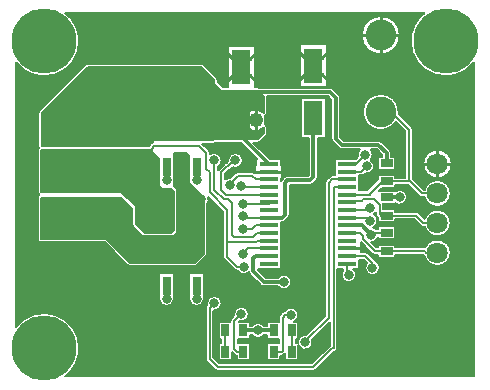
<source format=gtl>
G04 EasyPC Gerber Version 21.0.3 Build 4286 *
G04 #@! TF.Part,Single*
G04 #@! TF.FileFunction,Copper,L1,Top *
G04 #@! TF.FilePolarity,Positive *
%FSLAX34Y34*%
%MOMM*%
%ADD70R,0.65000X1.00000*%
%ADD94R,0.76000X1.60000*%
%ADD87R,1.60000X3.00000*%
G04 #@! TA.AperFunction,SMDPad*
%ADD122R,3.00000X5.00000*%
G04 #@! TD.AperFunction*
%ADD10C,0.12700*%
%ADD127C,0.20000*%
%ADD11C,0.25400*%
%ADD19C,0.30000*%
%ADD13C,0.60000*%
G04 #@! TA.AperFunction,ViaPad*
%ADD126C,0.81280*%
G04 #@! TA.AperFunction,SMDPad*
%ADD121R,1.65000X0.45000*%
G04 #@! TD.AperFunction*
%ADD71R,1.00000X0.65000*%
G04 #@! TA.AperFunction,ViaPad*
%ADD116C,1.21920*%
G04 #@! TA.AperFunction,ComponentPad*
%ADD124C,1.80000*%
%ADD125C,2.60000*%
%ADD123C,3.20000*%
G04 #@! TA.AperFunction,WasherPad*
%ADD120C,5.50000*%
X0Y0D02*
D02*
D10*
X140635Y163352D02*
X138135Y165852D01*
X130635*
X128135Y168352*
Y171490*
G75*
G02Y174214I6151J1362*
G01*
Y190852*
X120635Y198352*
X28135*
Y163352*
X95635*
X108135Y150852*
Y135852*
X115635Y128352*
X138135*
X140635Y130852*
Y163352*
G36*
X138135Y165852*
X130635*
X128135Y168352*
Y171490*
G75*
G02Y174214I6151J1362*
G01*
Y190852*
X120635Y198352*
X28135*
Y163352*
X95635*
X108135Y150852*
Y135852*
X115635Y128352*
X138135*
X140635Y130852*
Y163352*
G37*
X165635Y158352D02*
X156660Y167327D01*
G75*
G02X154160Y169827I3024J5524*
G01*
X153135Y170852*
Y193352*
X150635Y195852*
X140635*
Y168352*
X143135Y165852*
Y164762*
G75*
G02X143505Y163352I-2501J-1410*
G01*
G75*
G02Y163351I-541*
G01*
G75*
G02Y163347I-716J-2*
G01*
Y130857*
G75*
G02Y130853I-716J-2*
G01*
G75*
G02Y130852I-541*
G01*
G75*
G02X143135Y129442I-2871*
G01*
Y128352*
X140635Y125852*
X139545*
G75*
G02X138130Y125482I-1410J2500*
G01*
X115640*
G75*
G02X114225Y125852I-5J2870*
G01*
X113135*
X105635Y133352*
Y134442*
G75*
G02X105265Y135852I2501J1410*
G01*
G75*
G02Y135853I541J1*
G01*
G75*
G02Y135857I716J2*
G01*
Y148722*
X95635Y158352*
X28135*
Y123352*
X83135*
X103135Y103352*
X158135*
X165635Y110852*
Y158352*
G36*
X156660Y167327*
G75*
G02X154160Y169827I3024J5524*
G01*
X153135Y170852*
Y193352*
X150635Y195852*
X140635*
Y168352*
X143135Y165852*
Y164762*
G75*
G02X143505Y163352I-2501J-1410*
G01*
G75*
G02Y163351I-541*
G01*
G75*
G02Y163347I-716J-2*
G01*
Y130857*
G75*
G02Y130853I-716J-2*
G01*
G75*
G02Y130852I-541*
G01*
G75*
G02X143135Y129442I-2871*
G01*
Y128352*
X140635Y125852*
X139545*
G75*
G02X138130Y125482I-1410J2500*
G01*
X115640*
G75*
G02X114225Y125852I-5J2870*
G01*
X113135*
X105635Y133352*
Y134442*
G75*
G02X105265Y135852I2501J1410*
G01*
G75*
G02Y135853I541J1*
G01*
G75*
G02Y135857I716J2*
G01*
Y148722*
X95635Y158352*
X28135*
Y123352*
X83135*
X103135Y103352*
X158135*
X165635Y110852*
Y158352*
G37*
X173630Y203982D02*
X164646D01*
X170201Y198426*
G75*
G02X171270Y195852I-2566J-2575*
G01*
Y195177*
G75*
G02X180934Y189852I3365J-5325*
G01*
G75*
G02X177870Y184447I-6299*
G01*
Y181531*
G75*
G02X178349Y182141I2767J-1679*
G01*
X183346Y187138*
G75*
G02X185275Y188067I2289J-2286*
G01*
X186374Y189166*
G75*
G02X186336Y189852I6258J691*
G01*
G75*
G02X198934I6299*
G01*
G75*
G02X190343Y183985I-6299*
G01*
X188924Y182566*
G75*
G02X186995Y181637I-2289J2286*
G01*
X183870Y178512*
Y173902*
G75*
G02X188322Y175113I3765J-5051*
G01*
X192346Y179138*
G75*
G02X194635Y180087I2289J-2286*
G01*
X206635*
G75*
G02X208924Y179138J-3235*
G01*
X209210Y178852*
Y185777*
X210150*
Y191337*
X210868*
X197223Y204982*
X175824*
X175664Y204823*
G75*
G02X173630Y203982I-2030J2028*
G01*
G36*
X164646*
X170201Y198426*
G75*
G02X171270Y195852I-2566J-2575*
G01*
Y195177*
G75*
G02X180934Y189852I3365J-5325*
G01*
G75*
G02X177870Y184447I-6299*
G01*
Y181531*
G75*
G02X178349Y182141I2767J-1679*
G01*
X183346Y187138*
G75*
G02X185275Y188067I2289J-2286*
G01*
X186374Y189166*
G75*
G02X186336Y189852I6258J691*
G01*
G75*
G02X198934I6299*
G01*
G75*
G02X190343Y183985I-6299*
G01*
X188924Y182566*
G75*
G02X186995Y181637I-2289J2286*
G01*
X183870Y178512*
Y173902*
G75*
G02X188322Y175113I3765J-5051*
G01*
X192346Y179138*
G75*
G02X194635Y180087I2289J-2286*
G01*
X206635*
G75*
G02X208924Y179138J-3235*
G01*
X209210Y178852*
Y185777*
X210150*
Y191337*
X210868*
X197223Y204982*
X175824*
X175664Y204823*
G75*
G02X173630Y203982I-2030J2028*
G01*
G37*
X216635Y243852D02*
X211635Y248852D01*
X180635*
X174635Y254852*
Y257852*
X163635Y268852*
X67635*
X28635Y229852*
Y201852*
X118600*
G75*
G02X119069Y202426I3034J-2000*
G01*
X121061Y204418*
G75*
G02X121732Y204949I2575J-2564*
G01*
X123635Y206852*
X173635*
X174635Y207852*
X211635*
X216635Y212852*
Y217773*
G75*
G02X200364Y223852I-7000J6079*
G01*
G75*
G02X216635Y229931I9271*
G01*
Y243852*
G36*
X211635Y248852*
X180635*
X174635Y254852*
Y257852*
X163635Y268852*
X67635*
X28635Y229852*
Y201852*
X118600*
G75*
G02X119069Y202426I3034J-2000*
G01*
X121061Y204418*
G75*
G02X121732Y204949I2575J-2564*
G01*
X123635Y206852*
X173635*
X174635Y207852*
X211635*
X216635Y212852*
Y217773*
G75*
G02X200364Y223852I-7000J6079*
G01*
G75*
G02X216635Y229931I9271*
G01*
Y243852*
G37*
X394285Y272828D02*
G75*
G02X340900Y290852I-23650J18024D01*
G01*
G75*
G02X352611Y314502I29735*
G01*
X48659*
G75*
G02X60370Y290852I-18024J-23650*
G01*
G75*
G02X6985Y272828I-29735*
G01*
Y48876*
G75*
G02X60370Y30852I23650J-18024*
G01*
G75*
G02X48659Y7202I-29735*
G01*
X394285*
Y272828*
X363635Y199027D02*
G75*
G02X375810Y186852J-12175D01*
G01*
G75*
G02X363635Y174677I-12175*
G01*
G75*
G02X351460Y186852J12175*
G01*
G75*
G02X363635Y199027I12175*
G01*
X247460Y288027D02*
X269810D01*
Y251677*
X247460*
Y288027*
X299460Y295852D02*
G75*
G02X331810I16175D01*
G01*
G75*
G02X299460I-16175*
G01*
X352876Y165087D02*
G75*
G02X374870Y161852I10759J-3235D01*
G01*
G75*
G02X352876Y158617I-11235*
G01*
X350635*
G75*
G02X348346Y159566J3235*
G01*
X339045Y168867*
X327870*
Y166617*
X316359*
X313888Y164087*
X327870*
Y163652*
G75*
G02X337934Y158602I3765J-5050*
G01*
G75*
G02X327870Y153552I-6299*
G01*
Y153117*
X317612*
G75*
G02X317870Y151852I-2977J-1266*
G01*
Y148587*
X327870*
Y146337*
X345385*
G75*
G02X347674Y145388J-3235*
G01*
X352899Y140163*
G75*
G02X374870Y136852I10736J-3311*
G01*
G75*
G02X352876Y133617I-11235*
G01*
X351635*
G75*
G02X349346Y134566J3235*
G01*
X344045Y139867*
X327870*
Y137617*
X313400*
Y141012*
X312349Y142063*
G75*
G02X311400Y144352I2286J2289*
G01*
Y145732*
G75*
G02X309705Y144352I-4764J4121*
G01*
G75*
G02X308980Y133006I-3070J-5500*
G01*
G75*
G02X311486Y131837I-1345J-6155*
G01*
X313400*
Y134087*
X327870*
Y123117*
X313400*
Y124314*
G75*
G02X307758Y120554I-5765J2538*
G01*
X311975Y116337*
X313400*
Y118587*
X327870*
Y116337*
X352885*
G75*
G02X353321Y116307I-3J-3234*
G01*
G75*
G02X374870Y111852I10314J-4455*
G01*
G75*
G02X352792Y108909I-11235*
G01*
G75*
G02X351846Y109566I1342J2942*
G01*
X351545Y109867*
X327870*
Y107617*
X313400*
Y109867*
X310635*
G75*
G02X308346Y110816J3235*
G01*
X298560Y120602*
Y112087*
X302635*
G75*
G02X304924Y111138J-3235*
G01*
X310921Y105141*
G75*
G02X311417Y104504I-2284J-2290*
G01*
G75*
G02X314934Y98852I-2782J-5652*
G01*
G75*
G02X302336I-6299*
G01*
G75*
G02X303903Y103009I6299J-1*
G01*
X301295Y105617*
X297620*
Y97867*
X292446*
G75*
G02X294934Y92852I-3811J-5015*
G01*
G75*
G02X282336I-6299*
G01*
G75*
G02X283900Y97006I6299*
G01*
Y97867*
X278870*
Y30852*
G75*
G02X275995Y27637I-3235*
G01*
X260924Y12566*
G75*
G02X258635Y11617I-2289J2286*
G01*
X177635*
G75*
G02X175346Y12566J3235*
G01*
X168349Y19563*
G75*
G02X167400Y21852I2286J2289*
G01*
Y64852*
G75*
G02X168349Y67141I3235*
G01*
X168526Y67318*
G75*
G02X168336Y68852I6108J1535*
G01*
G75*
G02X180934I6299*
G01*
G75*
G02X173870Y62600I-6299*
G01*
Y23192*
X178975Y18087*
X257295*
X272346Y33138*
G75*
G02X272400Y33191I2303J-2293*
G01*
Y52932*
X257502Y38034*
G75*
G02X245870Y33204I-5867J-2292*
G01*
Y20617*
X234900*
Y26542*
X233923Y25565*
G75*
G02X231626Y24617I-2288J2287*
G01*
X230370*
Y20617*
X219400*
Y35087*
X229400*
Y38617*
X219400*
Y42117*
X216707*
G75*
G02X206563I-5072J3735*
G01*
X204870*
Y38617*
X194870*
Y35087*
X204870*
Y20617*
X193900*
Y24617*
X193635*
G75*
G02X191346Y25566J3235*
G01*
X189370Y27542*
Y20617*
X178400*
Y35087*
X180650*
Y38617*
X178400*
Y53087*
X188400*
Y53852*
G75*
G02X189349Y56141I3235*
G01*
X191526Y58318*
G75*
G02X191336Y59852I6108J1535*
G01*
G75*
G02X203934I6299*
G01*
G75*
G02X196101Y53743I-6299*
G01*
X195445Y53087*
X204870*
Y49587*
X206563*
G75*
G02X216707I5072J-3735*
G01*
X219400*
Y53087*
X229400*
Y56852*
G75*
G02X230349Y59141I3235*
G01*
X232346Y61138*
G75*
G02X234214Y62059I2288J-2287*
G01*
G75*
G02X245934Y58852I5421J-3207*
G01*
G75*
G02X242173Y53087I-6299*
G01*
X245870*
Y38617*
X243620*
Y35087*
X245370*
G75*
G02X252322Y42003I6265J654*
G01*
X268400Y58082*
Y170852*
G75*
G02X269349Y173141I3235*
G01*
X272346Y176138*
G75*
G02X274635Y177087I2289J-2286*
G01*
X276650*
Y191337*
X294545*
X296526Y193318*
G75*
G02X298000Y199117I6109J1534*
G01*
X282635*
G75*
G02X279989Y200215I-1J3735*
G01*
X274998Y205206*
G75*
G02X273900Y207852I2637J2645*
G01*
Y241305*
X271088Y244117*
X219493*
G75*
G02X219505Y243852I-2858J-262*
G01*
G75*
G02Y243851I-541*
G01*
G75*
G02Y243847I-716J-2*
G01*
Y229951*
G75*
G02Y229931I-3312J-10*
G01*
G75*
G02X217291Y227137I-2870*
G01*
G75*
G02Y220567I-7656J-3285*
G01*
G75*
G02X219505Y217773I-656J-2794*
G01*
G75*
G02Y217753I-3312J-10*
G01*
Y212857*
G75*
G02Y212853I-716J-2*
G01*
G75*
G02Y212852I-541*
G01*
G75*
G02X218664Y210823I-2870J1*
G01*
X213664Y205823*
G75*
G02X211630Y204982I-2030J2028*
G01*
X207787*
X221432Y191337*
X231120*
Y185777*
X232060*
Y174927*
X231120*
Y172115*
G75*
G02X231998Y173498I3516J-1262*
G01*
X233989Y175489*
G75*
G02X236635Y176587I2645J-2637*
G01*
X254088*
X254900Y177399*
Y208617*
X248400*
Y243087*
X268870*
Y208617*
X262370*
Y175852*
G75*
G02X261272Y173206I-3735J-1*
G01*
X258281Y170215*
G75*
G02X255635Y169117I-2645J2637*
G01*
X238370*
Y143860*
G75*
G02Y143854I-1629J-3*
G01*
G75*
G02Y143852I-1661J-1*
G01*
G75*
G02X237276Y141211I-3735*
G01*
X234776Y138711*
G75*
G02X232127Y137617I-2641J2641*
G01*
X231120*
Y97867*
X211370*
Y97399*
X218182Y90587*
X228563*
G75*
G02X239934Y86852I5072J-3735*
G01*
G75*
G02X228563Y83117I-6299*
G01*
X216635*
G75*
G02X213989Y84215I-1J3735*
G01*
X204998Y93206*
G75*
G02X203947Y95260I2637J2645*
G01*
G75*
G02X194230Y96617I-4312J4592*
G01*
X193635*
G75*
G02X191346Y97566J3235*
G01*
X183349Y105563*
G75*
G02X182400Y107852I2286J2289*
G01*
Y119194*
G75*
G02X182000Y120852I3236J1658*
G01*
Y146346*
X169661Y158685*
G75*
G02X168506Y152858I-6026J-1833*
G01*
Y110852*
G75*
G02X167661Y108818I-2871*
G01*
X160169Y101326*
G75*
G02X158135Y100481I-2034J2026*
G01*
X103135*
G75*
G02X101101Y101326J2871*
G01*
X81946Y120481*
X28135*
G75*
G02X25264Y123352J2871*
G01*
Y158352*
G75*
G02X26724Y160853I2871J1*
G01*
G75*
G02X25265Y163352I1410J2499*
G01*
Y198352*
G75*
G02X26147Y200422I2870*
G01*
G75*
G02X25765Y201852I2488J1431*
G01*
Y229847*
G75*
G02Y229851I716J2*
G01*
G75*
G02Y229852I541J1*
G01*
G75*
G02X26606Y231881I2870J-1*
G01*
X65606Y270881*
G75*
G02X67640Y271722I2030J-2028*
G01*
X163630*
G75*
G02X165664Y270881I4J-2869*
G01*
X176664Y259881*
G75*
G02X177505Y257852I-2029J-2030*
G01*
G75*
G02Y257851I-541*
G01*
G75*
G02Y257847I-716J-2*
G01*
Y256041*
X181824Y251722*
X186460*
Y287027*
X208810*
Y251722*
X211630*
G75*
G02X212505Y251587I5J-2869*
G01*
X272635*
G75*
G02X275281Y250489I1J-3735*
G01*
X280272Y245498*
G75*
G02X281370Y242852I-2637J-2645*
G01*
Y209399*
X284182Y206587*
X313627*
G75*
G02X316276Y205493I8J-3735*
G01*
X323276Y198493*
G75*
G02X324370Y195852I-2641J-2641*
G01*
G75*
G02Y195850I-1592J-1*
G01*
G75*
G02Y195844I-1606J-3*
G01*
Y193087*
X327870*
Y182117*
X313400*
Y193087*
X316900*
Y194305*
X312088Y199117*
X307270*
G75*
G02X306914Y190230I-4635J-4265*
G01*
G75*
G02X302101Y178743I-3279J-5378*
G01*
X301424Y178066*
G75*
G02X299135Y177117I-2289J2286*
G01*
X297620*
Y164487*
X304116*
X313400Y173992*
Y177587*
X327870*
Y175337*
X336400*
Y214512*
X328391Y222521*
G75*
G02X300400Y230852I-12756J8331*
G01*
G75*
G02X330870I15235*
G01*
G75*
G02X330788Y229274I-15236J1*
G01*
X341921Y218141*
G75*
G02X342870Y215852I-2286J-2289*
G01*
Y174192*
X351975Y165087*
X352876*
X140320Y74656D02*
G75*
G02X140584Y72852I-6034J-1804D01*
G01*
G75*
G02X127986I-6299*
G01*
G75*
G02X128250Y74656I6298*
G01*
Y94112*
X140320*
Y74656*
X165720Y74480D02*
G75*
G02X165934Y72852I-6086J-1628D01*
G01*
G75*
G02X153336I-6299*
G01*
G75*
G02X153650Y74816I6299*
G01*
Y94112*
X165720*
Y74480*
X278870Y80332D02*
G36*
Y30852D01*
G75*
G02X275995Y27637I-3237J2*
G01*
X260924Y12566*
G75*
G02X258635Y11617I-2291J2290*
G01*
X177635*
G75*
G02X175346Y12566I2J3239*
G01*
X168349Y19563*
G75*
G02X167400Y21852I2290J2291*
G01*
Y64852*
G75*
G02X168349Y67141I3239J-2*
G01*
X168526Y67318*
G75*
G02X168336Y68852I6137J1539*
G01*
G75*
G02X180934I6299*
G01*
G75*
G02Y68851I-8185*
G01*
G75*
G02X173870Y62600I-6298*
G01*
Y23192*
X178975Y18087*
X257295*
X272346Y33138*
G75*
G02X272400Y33191I1432J-1405*
G01*
Y52932*
X257502Y38034*
G75*
G02X257934Y35742I-5868J-2293*
G01*
G75*
G02X245870Y33204I-6299*
G01*
Y20617*
X234900*
Y26542*
X233923Y25565*
G75*
G02X231626Y24617I-2290J2292*
G01*
X230370*
Y20617*
X219400*
Y35087*
X229400*
Y38617*
X219400*
Y42117*
X216707*
G75*
G02X206563I-5072J3735*
G01*
X204870*
Y38617*
X194870*
Y35087*
X204870*
Y20617*
X193900*
Y24617*
X193635*
G75*
G02X191346Y25566I2J3239*
G01*
X189370Y27542*
Y20617*
X178400*
Y35087*
X180650*
Y38617*
X178400*
Y53087*
X188400*
Y53852*
G75*
G02X189349Y56141I3239J-2*
G01*
X191526Y58318*
G75*
G02X191336Y59852I6137J1539*
G01*
G75*
G02X203934I6299*
G01*
G75*
G02X196101Y53743I-6299*
G01*
X195445Y53087*
X204870*
Y49587*
X206563*
G75*
G02X216707I5072J-3735*
G01*
X219400*
Y53087*
X229400*
Y56852*
G75*
G02X230349Y59141I3239J-2*
G01*
X232346Y61138*
G75*
G02X234214Y62059I2288J-2287*
G01*
G75*
G02X245934Y58852I5421J-3207*
G01*
G75*
G02Y58850I-7639J-1*
G01*
G75*
G02X242173Y53087I-6296*
G01*
X245870*
Y38617*
X243620*
Y35087*
X245370*
G75*
G02X245336Y35742I6267J654*
G01*
G75*
G02X252322Y42003I6299*
G01*
X268400Y58082*
Y80332*
X165720*
Y74480*
G75*
G02X165934Y72852I-6117J-1632*
G01*
G75*
G02X153336I-6299*
G01*
G75*
G02X153650Y74816I6306J-1*
G01*
Y80332*
X140320*
Y74656*
G75*
G02X140584Y72858I-5993J-1798*
G01*
G75*
G02Y72852I-6875J-3*
G01*
G75*
G02X127986I-6299*
G01*
G75*
G02Y72858I6875J3*
G01*
G75*
G02X128250Y74656I6257*
G01*
Y80332*
X7620*
Y49680*
G75*
G02X60370Y30852I23015J-18828*
G01*
G75*
G02X49463Y7837I-29736*
G01*
X393650*
Y80332*
X278870*
G37*
X276650Y186852D02*
G36*
X262370D01*
Y175852*
G75*
G02Y175851I-3581*
G01*
G75*
G02X261272Y173206I-3735*
G01*
X258281Y170215*
G75*
G02X255635Y169117I-2645J2637*
G01*
X238370*
Y143860*
Y143854*
Y143852*
G75*
G02Y143851I-4407*
G01*
G75*
G02X237276Y141211I-3733*
G01*
X234776Y138711*
G75*
G02X232127Y137617I-2641J2641*
G01*
X231120*
Y97867*
X211370*
Y97399*
X218182Y90587*
X228563*
G75*
G02X239934Y86852I5072J-3735*
G01*
G75*
G02X228563Y83117I-6299*
G01*
X216635*
G75*
G02X213989Y84215I-1J3735*
G01*
X204998Y93206*
G75*
G02X203947Y95260I2640J2647*
G01*
G75*
G02X194230Y96617I-4312J4591*
G01*
X193635*
G75*
G02X191346Y97566I2J3239*
G01*
X183349Y105563*
G75*
G02X182400Y107852I2290J2291*
G01*
Y119194*
G75*
G02X182000Y120848I3220J1654*
G01*
G75*
G02Y120852I3820J2*
G01*
Y146346*
X169661Y158685*
G75*
G02X169934Y156851I-6022J-1834*
G01*
G75*
G02X168506Y152858I-6296*
G01*
Y110852*
G75*
G02X167661Y108818I-2876J2*
G01*
X160169Y101326*
G75*
G02X158135Y100481I-2036J2031*
G01*
X103135*
G75*
G02X101101Y101326I2J2876*
G01*
X81946Y120481*
X28135*
G75*
G02X25264Y123352J2871*
G01*
Y158352*
G75*
G02X26724Y160853I2874J-1*
G01*
G75*
G02X25265Y163350I1408J2497*
G01*
G75*
G02Y163352I3472J1*
G01*
Y186852*
X7620*
Y80332*
X128250*
Y94112*
X140320*
Y80332*
X153650*
Y94112*
X165720*
Y80332*
X268400*
Y170852*
G75*
G02X269349Y173141I3239J-2*
G01*
X272346Y176138*
G75*
G02X274635Y177087I2291J-2290*
G01*
X276650*
Y186852*
G37*
X254900D02*
G36*
X231120D01*
Y185777*
X232060*
Y174927*
X231120*
Y172115*
G75*
G02X231998Y173498I3513J-1260*
G01*
X233989Y175489*
G75*
G02X236635Y176587I2645J-2637*
G01*
X254088*
X254900Y177399*
Y186852*
G37*
X342870D02*
G36*
Y174192D01*
X351975Y165087*
X352876*
G75*
G02X374870Y161852I10759J-3235*
G01*
G75*
G02X352876Y158617I-11235*
G01*
X350635*
G75*
G02X348346Y159566I2J3239*
G01*
X339045Y168867*
X327870*
Y166617*
X316359*
X313888Y164087*
X327870*
Y163652*
G75*
G02X337934Y158602I3765J-5050*
G01*
G75*
G02X327870Y153552I-6299*
G01*
Y153117*
X317612*
G75*
G02X317870Y151852I-2971J-1265*
G01*
Y148587*
X327870*
Y146337*
X345385*
G75*
G02X347674Y145388I-2J-3239*
G01*
X352899Y140163*
G75*
G02X374870Y136852I10736J-3311*
G01*
G75*
G02X352876Y133617I-11235*
G01*
X351635*
G75*
G02X349346Y134566I2J3239*
G01*
X344045Y139867*
X327870*
Y137617*
X313400*
Y141012*
X312349Y142063*
G75*
G02X311400Y144352I2290J2291*
G01*
Y145732*
G75*
G02X309705Y144352I-4762J4118*
G01*
G75*
G02X312934Y138852I-3070J-5500*
G01*
G75*
G02X308980Y133006I-6299*
G01*
G75*
G02X311486Y131837I-1340J-6143*
G01*
X313400*
Y134087*
X327870*
Y123117*
X313400*
Y124314*
G75*
G02X307758Y120554I-5765J2537*
G01*
X311975Y116337*
X313400*
Y118587*
X327870*
Y116337*
X352885*
G75*
G02X353321Y116307I-16J-3423*
G01*
G75*
G02X374870Y111852I10314J-4455*
G01*
G75*
G02X352792Y108909I-11235*
G01*
G75*
G02X351846Y109566I1351J2955*
G01*
X351545Y109867*
X327870*
Y107617*
X313400*
Y109867*
X310635*
G75*
G02X308346Y110816I2J3239*
G01*
X298560Y120602*
Y112087*
X302635*
G75*
G02X304924Y111138I-2J-3239*
G01*
X310921Y105141*
G75*
G02X311417Y104504I-2283J-2289*
G01*
G75*
G02X314934Y98853I-2781J-5651*
G01*
G75*
G02Y98852I-5730*
G01*
G75*
G02X302336I-6299*
G01*
G75*
G02X303903Y103009I6302J-2*
G01*
X301295Y105617*
X297620*
Y97867*
X292446*
G75*
G02X294934Y92852I-3810J-5015*
G01*
G75*
G02X282336I-6299*
G01*
G75*
G02X283900Y97006I6301J-1*
G01*
Y97867*
X278870*
Y80332*
X393650*
Y186852*
X375810*
G75*
G02X363635Y174677I-12175*
G01*
G75*
G02X351460Y186852J12175*
G01*
X342870*
G37*
X336400D02*
G36*
X327870D01*
Y182117*
X313400*
Y186852*
X309608*
G75*
G02X309933Y184852I-5974J-1997*
G01*
G75*
G02X302101Y178743I-6299*
G01*
X301424Y178066*
G75*
G02X299135Y177117I-2291J2290*
G01*
X297620*
Y164487*
X304116*
X313400Y173992*
Y177587*
X327870*
Y175337*
X336400*
Y186852*
G37*
X25265D02*
G36*
Y198352D01*
G75*
G02X26147Y200422I2874J-1*
G01*
G75*
G02X25765Y201851I2482J1429*
G01*
G75*
G02Y201852I3183J1*
G01*
Y229847*
Y229851*
Y229852*
G75*
G02X26606Y231881I2874J-2*
G01*
X64577Y269852*
X51687*
G75*
G02X9583I-21052J21000*
G01*
X7620*
Y186852*
X25265*
G37*
X186460Y269852D02*
G36*
X166693D01*
X176664Y259881*
G75*
G02X177505Y257852I-2033J-2031*
G01*
Y257851*
Y257847*
Y256041*
X181824Y251722*
X186460*
Y269852*
G37*
X342870Y186852D02*
G36*
X351460D01*
G75*
G02X363635Y199027I12175*
G01*
G75*
G02X375810Y186852J-12175*
G01*
X393650*
Y269852*
X391687*
G75*
G02X349583I-21052J21000*
G01*
X269810*
Y251677*
X247460*
Y269852*
X208810*
Y251722*
X211630*
G75*
G02X212505Y251587J-2903*
G01*
X272635*
G75*
G02X275281Y250489I1J-3735*
G01*
X280272Y245498*
G75*
G02X281370Y242853I-2637J-2645*
G01*
G75*
G02Y242852I-3581*
G01*
Y209399*
X284182Y206587*
X313627*
G75*
G02X316276Y205493I8J-3735*
G01*
X323276Y198493*
G75*
G02X324370Y195853I-2639J-2640*
G01*
G75*
G02Y195852I-4407*
G01*
Y195850*
Y195844*
Y193087*
X327870*
Y186852*
X336400*
Y214512*
X328391Y222521*
G75*
G02X300400Y230852I-12756J8331*
G01*
G75*
G02X330870I15235*
G01*
G75*
G02X330788Y229274I-15597J19*
G01*
X341921Y218141*
G75*
G02X342870Y215852I-2290J-2291*
G01*
Y186852*
G37*
X276650D02*
G36*
Y191337D01*
X294545*
X296526Y193318*
G75*
G02X296336Y194853I6105J1535*
G01*
G75*
G02X298000Y199117I6295*
G01*
X282635*
G75*
G02X279989Y200215I-1J3735*
G01*
X274998Y205206*
G75*
G02X273900Y207851I2637J2645*
G01*
G75*
G02Y207852I3581J1*
G01*
Y241305*
X271088Y244117*
X219493*
G75*
G02X219505Y243853I-2900J-264*
G01*
G75*
G02Y243852I-3820*
G01*
Y243851*
Y243847*
Y229951*
Y229931*
G75*
G02X217291Y227137I-2872J2*
G01*
G75*
G02X217966Y223852I-7656J-3285*
G01*
G75*
G02X217291Y220567I-8331*
G01*
G75*
G02X219505Y217773I-658J-2796*
G01*
Y217753*
Y212857*
Y212853*
Y212852*
G75*
G02X218664Y210823I-2874J2*
G01*
X213664Y205823*
G75*
G02X211630Y204982I-2031J2031*
G01*
X207787*
X221432Y191337*
X231120*
Y186852*
X254900*
Y208617*
X248400*
Y243087*
X268870*
Y208617*
X262370*
Y186852*
X276650*
G37*
X313400D02*
G36*
Y193087D01*
X316900*
Y194305*
X312088Y199117*
X307270*
G75*
G02X308934Y194852I-4634J-4265*
G01*
G75*
G02X306914Y190230I-6298*
G01*
G75*
G02X309608Y186852I-3279J-5378*
G01*
X313400*
G37*
X9583Y269852D02*
G36*
G75*
G02X7620Y272024I21054J21001D01*
G01*
Y269852*
X9583*
G37*
X393650Y272024D02*
G36*
G75*
G02X391687Y269852I-23017J18829D01*
G01*
X393650*
Y272024*
G37*
X341323Y295852D02*
G36*
X331810D01*
G75*
G02X299460I-16175*
G01*
X59947*
G75*
G02X60370Y290854I-29307J-4997*
G01*
G75*
G02Y290852I-38197J-1*
G01*
G75*
G02X51687Y269852I-29736*
G01*
X64577*
X65606Y270881*
G75*
G02X67640Y271722I2031J-2031*
G01*
X163630*
G75*
G02X165664Y270881I3J-2872*
G01*
X166693Y269852*
X186460*
Y287027*
X208810*
Y269852*
X247460*
Y288027*
X269810*
Y269852*
X349583*
G75*
G02X340900Y290852I21052J21000*
G01*
G75*
G02X341323Y295852I29739J2*
G01*
G37*
X351807Y313867D02*
G36*
X49463D01*
G75*
G02X59947Y295852I-18826J-23014*
G01*
X299460*
G75*
G02X331810I16175*
G01*
X341323*
G75*
G02X351807Y313867I29313J-5001*
G01*
G37*
D02*
D11*
X190533Y261750D02*
X185825Y257042D01*
X190533Y275954D02*
X185825Y280662D01*
X204737Y261750D02*
X209445Y257042D01*
X204737Y275954D02*
X209445Y280662D01*
X204809Y223852D02*
X199729D01*
X209635Y219026D02*
Y213946D01*
Y228678D02*
Y233758D01*
X213655Y180352D02*
X208575D01*
X221635Y201646D02*
Y206726D01*
X224429Y198852D02*
X229509D01*
X227615Y180352D02*
X232695D01*
X237841Y226852D02*
X232761D01*
X240635Y224058D02*
Y218978D01*
Y229646D02*
Y234726D01*
X246841Y123852D02*
X241761D01*
X246841Y135852D02*
X241761D01*
X246841Y147852D02*
X241761D01*
X246841Y159852D02*
X241761D01*
X249635Y121058D02*
Y115978D01*
Y126646D02*
Y131726D01*
Y133058D02*
Y127978D01*
Y138646D02*
Y143726D01*
Y145058D02*
Y139978D01*
Y150646D02*
Y155726D01*
Y157058D02*
Y151978D01*
Y162646D02*
Y167726D01*
X251533Y262750D02*
X246825Y258042D01*
X251533Y276954D02*
X246825Y281662D01*
X252429Y123852D02*
X257509D01*
X252429Y135852D02*
X257509D01*
X252429Y147852D02*
X257509D01*
X252429Y159852D02*
X257509D01*
X258841Y123852D02*
X253761D01*
X258841Y135852D02*
X253761D01*
X258841Y147852D02*
X253761D01*
X258841Y159852D02*
X253761D01*
X261635Y121058D02*
Y115978D01*
Y126646D02*
Y131726D01*
Y133058D02*
Y127978D01*
Y138646D02*
Y143726D01*
Y145058D02*
Y139978D01*
Y150646D02*
Y155726D01*
Y157058D02*
Y151978D01*
Y162646D02*
Y167726D01*
X265737Y262750D02*
X270445Y258042D01*
X265737Y276954D02*
X270445Y281662D01*
X294115Y115352D02*
X299195D01*
X303905Y295852D02*
X298825D01*
X315635Y284122D02*
Y279042D01*
Y307582D02*
Y312662D01*
X327365Y295852D02*
X332445D01*
X355905Y186852D02*
X350825D01*
X363635Y179122D02*
Y174042D01*
Y194582D02*
Y199662D01*
X371365Y186852D02*
X376445D01*
D02*
D13*
X119635Y57852D02*
X94635D01*
X50635Y101852*
Y102086*
X121585Y83878D02*
Y59802D01*
X119635Y57852*
X121585Y137836D02*
X134285D01*
X121585D02*
Y183878D01*
X89177*
X86635Y181336*
X50635*
X121585Y237836D02*
Y258852D01*
X133285*
X134285Y257852*
Y237836*
X121585D02*
Y258852D01*
X87635*
X50635Y221852*
Y220961*
X146985Y83878D02*
Y61202D01*
X143635Y57852*
X119635*
X146985Y137836D02*
Y123202D01*
X143635Y119852*
X106494*
X84635Y141711*
X50635*
X146985Y137836D02*
Y183878D01*
Y237836D02*
Y258852D01*
X134285*
Y237836*
X159685Y137836D02*
X146985D01*
X159685Y237836D02*
Y258852D01*
X146985*
Y237836*
X197635Y224852D02*
X185619D01*
X172635Y237836*
X159685*
D02*
D19*
X197635Y224852D02*
X208635D01*
X209635Y223852*
X199385Y45852D02*
X211635D01*
X224885*
X220635Y141352D02*
X232135D01*
X234635Y143852*
Y170852*
X236635Y172852*
X255635*
X258635Y175852*
Y225852*
X220635Y186852D02*
X198635Y208852D01*
Y223852*
X197635Y224852*
X233635Y86852D02*
X216635D01*
X207635Y95852*
Y106852*
X209635Y108852*
X220635*
X307635Y126852D02*
X299635Y134852D01*
X287135*
X320635Y187602D02*
Y195852D01*
X313635Y202852*
X282635*
X277635Y207852*
Y242852*
X272635Y247852*
X199635*
X195635Y243852*
Y226852*
X197635Y224852*
X331635Y158602D02*
X320635D01*
D02*
D70*
X183885Y27852D02*
D03*
Y45852D02*
D03*
X199385Y27852D02*
D03*
Y45852D02*
D03*
X224885Y27852D02*
D03*
Y45852D02*
D03*
X240385Y27852D02*
D03*
Y45852D02*
D03*
D02*
D71*
X320635Y113102D02*
D03*
Y128602D02*
D03*
Y143102D02*
D03*
Y158602D02*
D03*
Y172102D02*
D03*
Y187602D02*
D03*
D02*
D87*
X197635Y224852D02*
D03*
Y268852D02*
D03*
X258635Y225852D02*
D03*
Y269852D02*
D03*
D02*
D94*
X121585Y83878D02*
D03*
Y137836D02*
D03*
Y183878D02*
D03*
Y237836D02*
D03*
X134285Y83878D02*
D03*
Y137836D02*
D03*
Y183878D02*
D03*
Y237836D02*
D03*
X146985Y83878D02*
D03*
Y137836D02*
D03*
Y183878D02*
D03*
Y237836D02*
D03*
X159685Y83878D02*
D03*
Y137836D02*
D03*
Y183878D02*
D03*
Y237836D02*
D03*
D02*
D116*
X209635Y223852D02*
D03*
D02*
D120*
X30635Y30852D02*
D03*
Y290852D02*
D03*
X370635D02*
D03*
D02*
D121*
X220635Y102352D02*
D03*
Y108852D02*
D03*
Y115352D02*
D03*
Y121852D02*
D03*
Y128352D02*
D03*
Y134852D02*
D03*
Y141352D02*
D03*
Y147852D02*
D03*
Y154352D02*
D03*
Y160852D02*
D03*
Y167352D02*
D03*
Y173852D02*
D03*
Y180352D02*
D03*
Y186852D02*
D03*
X287135Y102352D02*
D03*
Y108852D02*
D03*
Y115352D02*
D03*
Y121852D02*
D03*
Y128352D02*
D03*
Y134852D02*
D03*
Y141352D02*
D03*
Y147852D02*
D03*
Y154352D02*
D03*
Y160852D02*
D03*
Y167352D02*
D03*
Y173852D02*
D03*
Y180352D02*
D03*
Y186852D02*
D03*
D02*
D122*
X253975Y143990D02*
D03*
D02*
D123*
X50635Y102086D02*
D03*
Y141711D02*
D03*
Y181336D02*
D03*
Y220961D02*
D03*
D02*
D124*
X363635Y111852D02*
D03*
Y136852D02*
D03*
Y161852D02*
D03*
Y186852D02*
D03*
D02*
D125*
X315635Y230852D02*
D03*
Y295852D02*
D03*
D02*
D126*
X134285Y72852D02*
D03*
Y172852D02*
D03*
X159635Y72852D02*
D03*
X159685Y172852D02*
D03*
X163635Y156852D02*
D03*
X174635Y68852D02*
D03*
Y189852D02*
D03*
X187635Y168852D02*
D03*
X192635Y189852D02*
D03*
X197635Y59852D02*
D03*
Y167852D02*
D03*
X198635Y110852D02*
D03*
Y131852D02*
D03*
Y142852D02*
D03*
Y152852D02*
D03*
X199635Y99852D02*
D03*
X211635Y45852D02*
D03*
X221635Y198852D02*
D03*
X233635Y86852D02*
D03*
X239635Y58852D02*
D03*
X240635Y226852D02*
D03*
X249635Y123852D02*
D03*
Y135852D02*
D03*
Y147852D02*
D03*
Y159852D02*
D03*
X251635Y35742D02*
D03*
X261635Y123852D02*
D03*
Y135852D02*
D03*
Y147852D02*
D03*
Y159852D02*
D03*
X288635Y92852D02*
D03*
X302635Y194852D02*
D03*
X303635Y184852D02*
D03*
X306635Y138852D02*
D03*
Y149852D02*
D03*
X307635Y126852D02*
D03*
X308635Y98852D02*
D03*
X331635Y158602D02*
D03*
D02*
D127*
X134285Y72852D02*
Y83878D01*
Y183878D02*
Y172852D01*
X159635Y72852D02*
Y83828D01*
X159685Y83878*
Y172852D02*
Y183878D01*
X163635Y156852D02*
X183885Y45852*
Y27852D01*
X185635Y120852D02*
Y147852D01*
X170635Y162852*
Y179852*
X167635Y182852*
Y195852*
X161635Y201852*
X123635*
X121635Y199852*
Y186928*
X121585Y186878*
Y183878*
X187635Y168852D02*
Y169852D01*
X194635Y176852*
X206635*
X209635Y173852*
X220635*
X198635Y110852D02*
X203135Y115352D01*
X220635*
X198635Y142852D02*
X199635D01*
Y141352*
X220635*
X198635Y152852D02*
X220135D01*
X220635Y153352*
Y154352*
X199385Y27852D02*
X193635D01*
X191635Y29852*
Y53852*
X197635Y59852*
X199635Y99852D02*
X193635D01*
X185635Y107852*
Y120852*
X220635Y121852D02*
X210635D01*
X209635Y120852*
X185635*
X220635Y128352D02*
X211135D01*
X207635Y124852*
X191635*
X189635Y126852*
Y153852*
X186635Y156852*
X182635*
X174635Y164852*
Y189852*
X220635Y134852D02*
X209885D01*
X206885Y131852*
X198635*
X220635Y160852D02*
X184635D01*
X180635Y164852*
Y179852*
X185635Y184852*
X186635*
X191635Y189852*
X192635*
X220635Y167352D02*
X198135D01*
X197635Y167852*
X239635Y58852D02*
X234635D01*
X232635Y56852*
Y28852*
X231635Y27852*
X224885*
X240385Y45852D02*
Y27852D01*
X287135Y102352D02*
Y94352D01*
X288635Y92852*
X287135Y141352D02*
X306635D01*
Y138852*
X287135Y147852D02*
X306635D01*
Y149852*
X287135Y167352D02*
X276135D01*
X275635Y166852*
Y30852*
X274635*
X258635Y14852*
X177635*
X170635Y21852*
Y64852*
X174635Y68852*
X287135Y173852D02*
X274635D01*
X271635Y170852*
Y56742*
X251635Y36742*
Y35742*
X287135Y180352D02*
X299135D01*
X303635Y184852*
X287135Y186852D02*
X294635D01*
X302635Y194852*
X308635Y98852D02*
Y102852D01*
X302635Y108852*
X287135*
X320635Y113102D02*
X352885D01*
X354135Y111852*
X363635*
X320635Y113102D02*
X310635D01*
X300635Y123102*
Y125852*
X298135Y128352*
X287135*
X320635Y128602D02*
X309385D01*
X307635Y126852*
X320635Y143102D02*
X315885D01*
X314635Y144352*
Y151852*
X309635Y156852*
X300635*
X299635Y155852*
X287135*
Y154352*
X320635Y143102D02*
X345385D01*
X351635Y136852*
X363635*
X320635Y172102D02*
X339635D01*
Y215852*
X324635Y230852*
X315635*
X320635Y172102D02*
X340385D01*
X350635Y161852*
X363635*
X320635Y172102D02*
Y171852D01*
X316635*
X306135Y161352*
Y160852*
X287135*
X0Y0D02*
M02*

</source>
